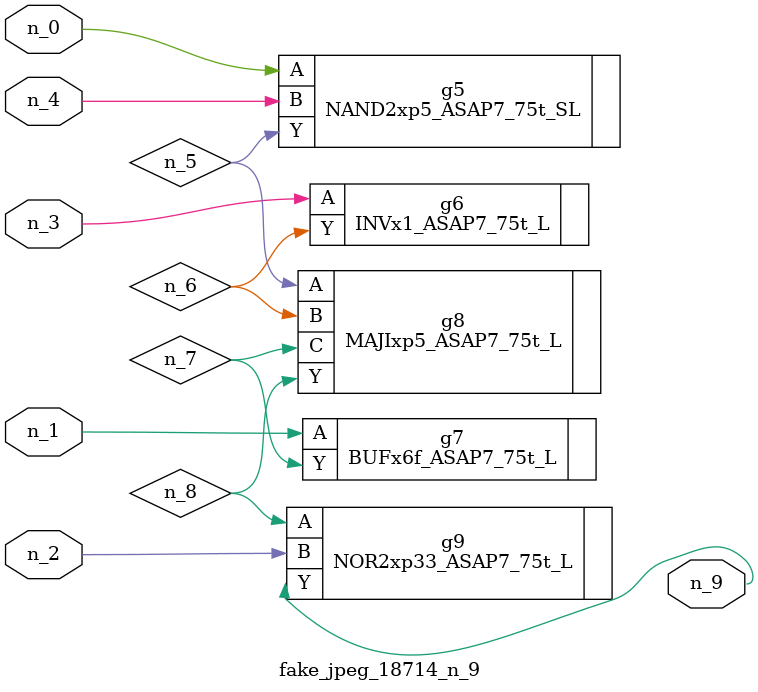
<source format=v>
module fake_jpeg_18714_n_9 (n_3, n_2, n_1, n_0, n_4, n_9);

input n_3;
input n_2;
input n_1;
input n_0;
input n_4;

output n_9;

wire n_8;
wire n_6;
wire n_5;
wire n_7;

NAND2xp5_ASAP7_75t_SL g5 ( 
.A(n_0),
.B(n_4),
.Y(n_5)
);

INVx1_ASAP7_75t_L g6 ( 
.A(n_3),
.Y(n_6)
);

BUFx6f_ASAP7_75t_L g7 ( 
.A(n_1),
.Y(n_7)
);

MAJIxp5_ASAP7_75t_L g8 ( 
.A(n_5),
.B(n_6),
.C(n_7),
.Y(n_8)
);

NOR2xp33_ASAP7_75t_L g9 ( 
.A(n_8),
.B(n_2),
.Y(n_9)
);


endmodule
</source>
